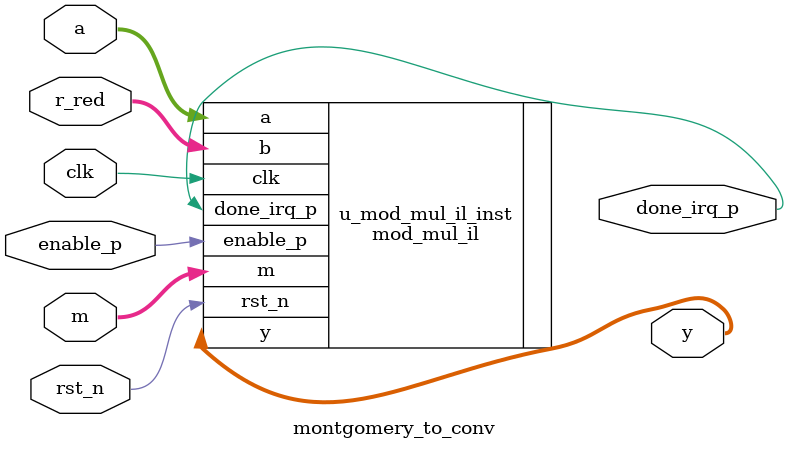
<source format=v>
module montgomery_to_conv #(  parameter NBITS = 256 ) (
  input               clk,
  input               rst_n,
  input               enable_p,
  input  [NBITS-1 :0] a,
  input  [NBITS-1 :0] m,
  input  [NBITS-1 :0] r_red,
  output [NBITS-1 :0] y,
  output              done_irq_p);

 mod_mul_il #(  .NBITS (NBITS) ) u_mod_mul_il_inst (
  .clk               (clk),                    //input               
  .rst_n             (rst_n),                  //input               
  .enable_p          (enable_p),               //input               
  .a                 (a),                      //input  [NBITS-1 :0] 
  .b                 (r_red),                  //input  [NBITS-1 :0] 
  .m                 (m),                      //input  [NBITS-1 :0] 
  .y                 (y),                      //output [NBITS-1 :0] 
  .done_irq_p        (done_irq_p)              //output              
);

endmodule
</source>
